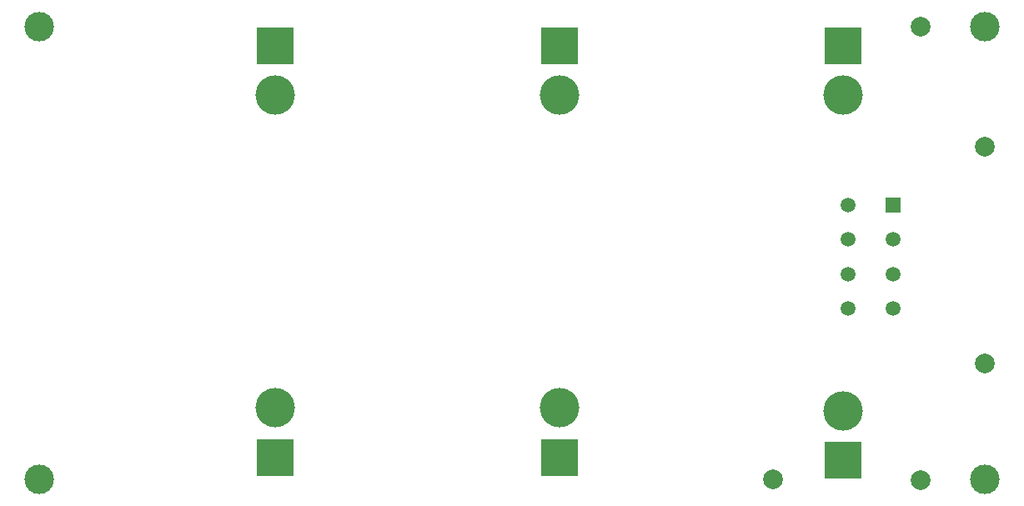
<source format=gbs>
G04 #@! TF.GenerationSoftware,KiCad,Pcbnew,7.0.7*
G04 #@! TF.CreationDate,2024-03-23T22:07:43-05:00*
G04 #@! TF.ProjectId,Turret,54757272-6574-42e6-9b69-6361645f7063,rev?*
G04 #@! TF.SameCoordinates,Original*
G04 #@! TF.FileFunction,Soldermask,Bot*
G04 #@! TF.FilePolarity,Negative*
%FSLAX46Y46*%
G04 Gerber Fmt 4.6, Leading zero omitted, Abs format (unit mm)*
G04 Created by KiCad (PCBNEW 7.0.7) date 2024-03-23 22:07:43*
%MOMM*%
%LPD*%
G01*
G04 APERTURE LIST*
%ADD10R,3.800000X3.800000*%
%ADD11C,4.000000*%
%ADD12C,3.000000*%
%ADD13C,2.000000*%
%ADD14R,1.520000X1.520000*%
%ADD15C,1.520000*%
G04 APERTURE END LIST*
D10*
X68393600Y-40090000D03*
D11*
X68393600Y-45090000D03*
D12*
X44450000Y-38100000D03*
D10*
X126108000Y-40090000D03*
D11*
X126108000Y-45090000D03*
D13*
X133959600Y-38100000D03*
D10*
X97250800Y-40090000D03*
D11*
X97250800Y-45090000D03*
D13*
X118999000Y-84074000D03*
D12*
X140450000Y-38100000D03*
X140450000Y-84100000D03*
D13*
X133959600Y-84175600D03*
D10*
X126108000Y-82134000D03*
D11*
X126108000Y-77134000D03*
D10*
X68393600Y-81877000D03*
D11*
X68393600Y-76877000D03*
D13*
X140450000Y-72339200D03*
D14*
X131188000Y-56266000D03*
D15*
X131188000Y-59766001D03*
X131188000Y-63266001D03*
X131188000Y-66766002D03*
X126587999Y-56266000D03*
X126587999Y-59766001D03*
X126587999Y-63266001D03*
X126587999Y-66766002D03*
D10*
X97250800Y-81877000D03*
D11*
X97250800Y-76877000D03*
D12*
X44450000Y-84100000D03*
D13*
X140450000Y-50342800D03*
M02*

</source>
